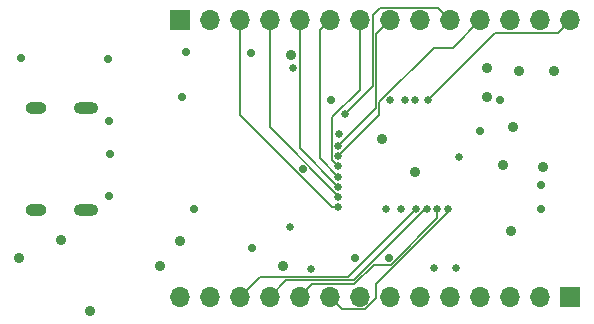
<source format=gbr>
%TF.GenerationSoftware,KiCad,Pcbnew,8.0.4*%
%TF.CreationDate,2024-08-23T17:35:39+03:00*%
%TF.ProjectId,STM32-Pill,53544d33-322d-4506-996c-6c2e6b696361,rev?*%
%TF.SameCoordinates,Original*%
%TF.FileFunction,Copper,L3,Inr*%
%TF.FilePolarity,Positive*%
%FSLAX46Y46*%
G04 Gerber Fmt 4.6, Leading zero omitted, Abs format (unit mm)*
G04 Created by KiCad (PCBNEW 8.0.4) date 2024-08-23 17:35:39*
%MOMM*%
%LPD*%
G01*
G04 APERTURE LIST*
%TA.AperFunction,ComponentPad*%
%ADD10O,1.700000X1.700000*%
%TD*%
%TA.AperFunction,ComponentPad*%
%ADD11R,1.700000X1.700000*%
%TD*%
%TA.AperFunction,ComponentPad*%
%ADD12O,2.100000X1.000000*%
%TD*%
%TA.AperFunction,ComponentPad*%
%ADD13O,1.800000X1.000000*%
%TD*%
%TA.AperFunction,ViaPad*%
%ADD14C,0.650000*%
%TD*%
%TA.AperFunction,ViaPad*%
%ADD15C,0.900000*%
%TD*%
%TA.AperFunction,ViaPad*%
%ADD16C,0.700000*%
%TD*%
%TA.AperFunction,Conductor*%
%ADD17C,0.150000*%
%TD*%
G04 APERTURE END LIST*
D10*
%TO.N,/PB8*%
%TO.C,J2*%
X134380000Y-104489231D03*
%TO.N,/PB9*%
X136920000Y-104489231D03*
%TO.N,/PA0*%
X139460001Y-104489231D03*
%TO.N,/PA1*%
X142000000Y-104489231D03*
%TO.N,/PA2*%
X144540000Y-104489231D03*
%TO.N,/PA3*%
X147080000Y-104489231D03*
%TO.N,/PA4*%
X149619999Y-104489231D03*
%TO.N,/PA5*%
X152160000Y-104489231D03*
%TO.N,/PA6*%
X154700000Y-104489231D03*
%TO.N,/PA7*%
X157240000Y-104489231D03*
%TO.N,/PA8*%
X159780000Y-104489231D03*
%TO.N,/PA9*%
X162320001Y-104489231D03*
%TO.N,/PE4*%
X164860000Y-104489231D03*
D11*
%TO.N,GND*%
X167400000Y-104489231D03*
%TD*%
D12*
%TO.N,Net-(J1-SHIELD)*%
%TO.C,J1*%
X126415000Y-88480001D03*
D13*
X122235000Y-88480001D03*
D12*
X126415000Y-97120001D03*
D13*
X122235000Y-97120001D03*
%TD*%
D11*
%TO.N,GND*%
%TO.C,J3*%
X134390000Y-81089231D03*
D10*
%TO.N,+3.3V*%
X136930000Y-81089231D03*
%TO.N,/PB7*%
X139469999Y-81089231D03*
%TO.N,/PB6*%
X142010000Y-81089231D03*
%TO.N,/PB5*%
X144550000Y-81089231D03*
%TO.N,/PB4*%
X147090000Y-81089231D03*
%TO.N,/PB3*%
X149630000Y-81089231D03*
%TO.N,/PA14*%
X152170001Y-81089231D03*
%TO.N,/PA13*%
X154710000Y-81089231D03*
%TO.N,/PA10*%
X157250000Y-81089231D03*
%TO.N,/PA15*%
X159790000Y-81089231D03*
%TO.N,/PB2*%
X162329999Y-81089231D03*
%TO.N,/PB1*%
X164870000Y-81089231D03*
%TO.N,/PB0*%
X167410000Y-81089231D03*
%TD*%
D14*
%TO.N,/PE4*%
X153400000Y-87800000D03*
%TO.N,/PB0*%
X155400000Y-87800000D03*
%TO.N,/PB1*%
X154300000Y-87800000D03*
%TO.N,/PB2*%
X158000000Y-92700000D03*
%TO.N,/PA13*%
X147829231Y-90689231D03*
%TO.N,/NRST*%
X153105000Y-97089231D03*
D15*
%TO.N,GND*%
X120800000Y-101200000D03*
X124300000Y-99700000D03*
X126800000Y-105700000D03*
X132700000Y-101900000D03*
D14*
X145500000Y-102116901D03*
D15*
%TO.N,+3.3V*%
X143800000Y-84000000D03*
X143100000Y-101900000D03*
X134350000Y-99750000D03*
%TO.N,GND*%
X154300000Y-93900000D03*
X151500000Y-91100000D03*
D14*
%TO.N,/BOOT0*%
X151795000Y-97089231D03*
D15*
%TO.N,GND*%
X160400000Y-85100000D03*
X166075000Y-85400000D03*
X163100000Y-85400000D03*
X165100000Y-93500000D03*
X162600000Y-90100000D03*
%TO.N,+3.3V*%
X160400000Y-87600000D03*
D16*
%TO.N,GND*%
X164950000Y-95000000D03*
D14*
X157789561Y-102100000D03*
D16*
X128491617Y-92400000D03*
X120900000Y-84300001D03*
X140450001Y-100400000D03*
X128300000Y-84400001D03*
X149250000Y-101235789D03*
X144800000Y-93700000D03*
X140400000Y-83900001D03*
X147200000Y-87800000D03*
X134600000Y-87600000D03*
X128400000Y-89600001D03*
X152050000Y-101235789D03*
X159800000Y-90489231D03*
X128400000Y-96000001D03*
D14*
X152200000Y-87800000D03*
D16*
X161500000Y-87800000D03*
X164950000Y-97039231D03*
D14*
%TO.N,+3.3V*%
X155889561Y-102100000D03*
D15*
X161747099Y-93373177D03*
D16*
X134900000Y-83800001D03*
D15*
X162450000Y-98889231D03*
D14*
%TO.N,/NRST*%
X143700000Y-98600000D03*
%TO.N,/BOOT0*%
X143960439Y-85089231D03*
%TO.N,/PA2*%
X156187500Y-97089231D03*
%TO.N,/PA1*%
X155275000Y-97089231D03*
%TO.N,/PA10*%
X148400000Y-89000000D03*
%TO.N,/PA3*%
X157100000Y-97089231D03*
%TO.N,/PA0*%
X154362500Y-97089231D03*
%TO.N,/PB5*%
X147800000Y-95183332D03*
%TO.N,/PB6*%
X147800000Y-96041665D03*
%TO.N,/PB4*%
X147800000Y-94324999D03*
%TO.N,/PB7*%
X147800000Y-96900000D03*
%TO.N,/PA15*%
X147800000Y-92608333D03*
%TO.N,/PB3*%
X147800000Y-93466666D03*
D16*
%TO.N,GND*%
X135600000Y-97100000D03*
D14*
%TO.N,/PA14*%
X147800000Y-91750000D03*
%TD*%
D17*
%TO.N,/PA3*%
X150052853Y-105534231D02*
X148125000Y-105534231D01*
X148125000Y-105534231D02*
X147080000Y-104489231D01*
X150994143Y-103444231D02*
X150994143Y-104592941D01*
X157100000Y-97338374D02*
X150994143Y-103444231D01*
X150994143Y-104592941D02*
X150052853Y-105534231D01*
X157100000Y-97089231D02*
X157100000Y-97338374D01*
%TO.N,/PA2*%
X145585000Y-103444231D02*
X144540000Y-104489231D01*
X149124730Y-103444231D02*
X145585000Y-103444231D01*
X152275747Y-101780789D02*
X150788172Y-101780789D01*
X156187500Y-97869036D02*
X152275747Y-101780789D01*
X156187500Y-97089231D02*
X156187500Y-97869036D01*
X150788172Y-101780789D02*
X149124730Y-103444231D01*
%TO.N,/PA1*%
X149087123Y-103100000D02*
X143389231Y-103100000D01*
X155097892Y-97089231D02*
X149087123Y-103100000D01*
X143389231Y-103100000D02*
X142000000Y-104489231D01*
X155275000Y-97089231D02*
X155097892Y-97089231D01*
%TO.N,/PA0*%
X141149232Y-102800000D02*
X139460001Y-104489231D01*
X148651731Y-102800000D02*
X141149232Y-102800000D01*
X154362500Y-97089231D02*
X148651731Y-102800000D01*
%TO.N,/PA15*%
X157479231Y-83400000D02*
X159790000Y-81089231D01*
X151270000Y-89138333D02*
X151270000Y-87994608D01*
X151270000Y-87994608D02*
X155864608Y-83400000D01*
X155864608Y-83400000D02*
X157479231Y-83400000D01*
X147800000Y-92608333D02*
X151270000Y-89138333D01*
%TO.N,/PB7*%
X147229253Y-96900000D02*
X147800000Y-96900000D01*
X139469999Y-89140746D02*
X147229253Y-96900000D01*
X139469999Y-81089231D02*
X139469999Y-89140746D01*
%TO.N,/PB6*%
X147800000Y-95929253D02*
X147800000Y-96041665D01*
X142010000Y-90139253D02*
X147800000Y-95929253D01*
X142010000Y-81089231D02*
X142010000Y-90139253D01*
%TO.N,/PB5*%
X144550000Y-91933332D02*
X147800000Y-95183332D01*
X144550000Y-81089231D02*
X144550000Y-91933332D01*
%TO.N,/PB4*%
X146240000Y-81939231D02*
X146240000Y-92764999D01*
X146240000Y-92764999D02*
X147800000Y-94324999D01*
X147090000Y-81089231D02*
X146240000Y-81939231D01*
%TO.N,/PA10*%
X150730000Y-86670000D02*
X148400000Y-89000000D01*
X151287146Y-80044231D02*
X150730000Y-80601377D01*
X156205000Y-80044231D02*
X151287146Y-80044231D01*
X157250000Y-81089231D02*
X156205000Y-80044231D01*
X150730000Y-80601377D02*
X150730000Y-86670000D01*
%TO.N,/PB0*%
X161065769Y-82134231D02*
X155400000Y-87800000D01*
X166365000Y-82134231D02*
X161065769Y-82134231D01*
X167410000Y-81089231D02*
X166365000Y-82134231D01*
%TO.N,/PB3*%
X149630000Y-86970000D02*
X149630000Y-81089231D01*
X147280000Y-89320000D02*
X149630000Y-86970000D01*
X147280000Y-92946666D02*
X147280000Y-89320000D01*
X147800000Y-93466666D02*
X147280000Y-92946666D01*
%TO.N,/PA14*%
X151000000Y-88550000D02*
X151000000Y-82259232D01*
X147800000Y-91750000D02*
X151000000Y-88550000D01*
X151000000Y-82259232D02*
X152170001Y-81089231D01*
%TD*%
M02*

</source>
